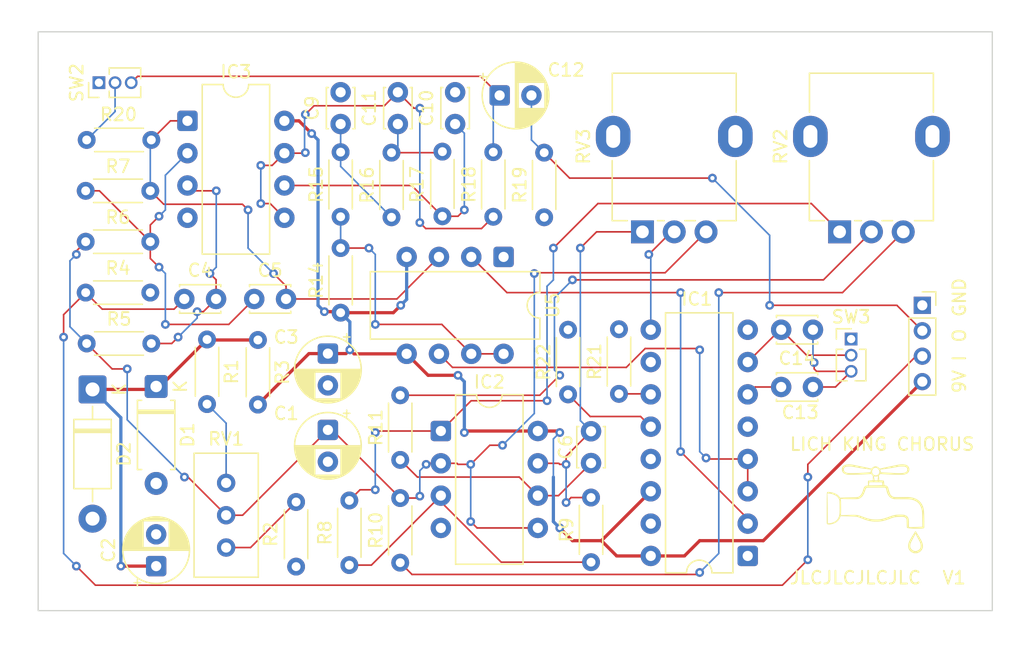
<source format=kicad_pcb>
(kicad_pcb (version 20241229) (generator "pcbnew") (generator_version "9.0")
  (layers (0 "F.Cu" signal "Front") (4 "In1.Cu" signal) (6 "In2.Cu" signal) (2 "B.Cu" signal "Back") (13 "F.Paste" user) (15 "B.Paste" user) (5 "F.SilkS" user) (7 "B.SilkS" user) (1 "F.Mask" user) (3 "B.Mask" user) (25 "Edge.Cuts" user))
  (net 0 "")
  (net 1 "GND")
  (net 2 "5V")
  (net 3 "PowerIn")
  (net 4 "9V")
  (net 5 "/IB +")
  (net 6 "SIG_IN")
  (net 7 "/IB -")
  (net 8 "/IB OUT")
  (net 9 "/LFO2 -")
  (net 10 "/LFO2 OUT")
  (net 11 "Net-(C9-Pad1)")
  (net 12 "/SF +")
  (net 13 "Net-(C11-Pad1)")
  (net 14 "/SF -")
  (net 15 "SIG_OUT")
  (net 16 "Net-(SW2-A)")
  (net 17 "Net-(IC1-C1(1))")
  (net 18 "Net-(SW3-A)")
  (net 19 "Net-(IC1-C1(2))")
  (net 21 "/VCO_OUT")
  (net 22 "/PC1")
  (net 23 "Net-(IC1-R1_TO_VSS)")
  (net 24 "Net-(IC1-R2_TO_VSS)")
  (net 25 "Net-(IC1-VCO_IN)")
  (net 29 "Net-(R1-Pad2)")
  (net 30 "Net-(R2-Pad1)")
  (net 31 "/LFO1 +")
  (net 32 "/LFO1 OUT")
  (net 33 "Net-(R10-Pad1)")
  (net 34 "Net-(R11-Pad2)")
  (net 35 "Net-(U5-OUT1)")
  (net 36 "Net-(SW2-B)")
  (footprint "Capacitor_THT:C_Disc_D3.0mm_W2.0mm_P2.50mm" (layer "F.Cu") (at 148.275 79.25 90)
    (property "Reference" "C9")
    (property "Value" "1000pF" (hide yes))
  )
  (footprint "Capacitor_THT:C_Disc_D3.0mm_W2.0mm_P2.50mm" (layer "F.Cu") (at 182.905 99.92)
    (property "Reference" "C13")
    (property "Value" "1000pF" (hide yes))
  )
  (footprint "Package_DIP:CERDIP-8_W7.62mm_SideBrazed" (layer "F.Cu") (at 136.235 79)
    (property "Reference" "IC3")
    (property "Value" "TL062CPE4" (hide yes))
  )
  (footprint "Resistor_THT:R_Axial_DIN0204_L3.6mm_D1.6mm_P5.08mm_Horizontal" (layer "F.Cu") (at 152.96 113.73 90)
    (property "Reference" "R10")
    (property "Value" "4.7K" (hide yes))
  )
  (footprint "Capacitor_THT:CP_Radial_D5.0mm_P2.50mm" (layer "F.Cu") (at 147.275 97.294888 -90)
    (property "Reference" "C3")
    (property "Value" "220uF" (hide yes))
  )
  (footprint "Connector_PinSocket_2.00mm:PinSocket_1x04_P2.00mm_Vertical" (layer "F.Cu") (at 194 93.5)
    (property "Reference" "REF**" (hide yes))
    (property "Value" "PinSocket_1x04_P2.00mm_Vertical" (hide yes))
  )
  (footprint "Resistor_THT:R_Axial_DIN0204_L3.6mm_D1.6mm_P5.08mm_Horizontal" (layer "F.Cu") (at 156.275 81.42 -90)
    (property "Reference" "R17")
    (property "Value" "47K" (hide yes))
  )
  (footprint "Capacitor_THT:C_Disc_D3.0mm_W2.0mm_P2.50mm" (layer "F.Cu") (at 185.405 95.42 180)
    (property "Reference" "C14")
    (property "Value" "1000pF" (hide yes))
  )
  (footprint "Resistor_THT:R_Axial_DIN0204_L3.6mm_D1.6mm_P5.08mm_Horizontal" (layer "F.Cu") (at 148.275 86.54 90)
    (property "Reference" "R15")
    (property "Value" "47K" (hide yes))
  )
  (footprint "Capacitor_THT:C_Disc_D3.0mm_W2.0mm_P2.50mm" (layer "F.Cu") (at 141.485 93)
    (property "Reference" "C5")
    (property "Value" "1000pF" (hide yes))
  )
  (footprint "Potentiometer_THT:Potentiometer_Alpha_RD901F-40-00D_Single_Vertical" (layer "F.Cu") (at 172 87.725 90)
    (property "Reference" "RV3")
    (property "Value" "DEPTH")
  )
  (footprint "Resistor_THT:R_Axial_DIN0204_L3.6mm_D1.6mm_P5.08mm_Horizontal" (layer "F.Cu") (at 128.235 84.5)
    (property "Reference" "R7")
    (property "Value" "47K" (hide yes))
  )
  (footprint "Resistor_THT:R_Axial_DIN0204_L3.6mm_D1.6mm_P5.08mm_Horizontal" (layer "F.Cu") (at 141.775 96.225 -90)
    (property "Reference" "R3")
    (property "Value" "33" (hide yes))
  )
  (footprint "Package_DIP:CERDIP-16_W7.62mm_SideBrazed" (layer "F.Cu") (at 180.275 113.2 180)
    (property "Reference" "IC1")
    (property "Value" "CD4046BEE4" (hide yes))
  )
  (footprint "Resistor_THT:R_Axial_DIN0204_L3.6mm_D1.6mm_P5.08mm_Horizontal" (layer "F.Cu") (at 128.235 92.5)
    (property "Reference" "R4")
    (property "Value" "10M" (hide yes))
  )
  (footprint "Potentiometer_THT:Potentiometer_Bourns_3296W_Vertical" (layer "F.Cu") (at 139.275 107.46 90)
    (property "Reference" "RV1")
    (property "Value" "Tuner" (hide yes))
  )
  (footprint "Diode_THT:D_DO-41_SOD81_P10.16mm_Horizontal" (layer "F.Cu") (at 128.775 100.11 -90)
    (property "Reference" "D2")
    (property "Value" "1N4001" (hide yes))
  )
  (footprint "Resistor_THT:R_Axial_DIN0204_L3.6mm_D1.6mm_P5.08mm_Horizontal" (layer "F.Cu") (at 128.235 88.5)
    (property "Reference" "R6")
    (property "Value" "100K" (hide yes))
  )
  (footprint "LOGO" (layer "F.Cu") (at 190.5 109.5)
    (property "Reference" "G***" (hide yes))
    (property "Value" "LOGO" (hide yes))
  )
  (footprint "Resistor_THT:R_Axial_DIN0204_L3.6mm_D1.6mm_P5.08mm_Horizontal" (layer "F.Cu") (at 128.315 96.5)
    (property "Reference" "R5")
    (property "Value" "10M" (hide yes))
  )
  (footprint "Resistor_THT:R_Axial_DIN0204_L3.6mm_D1.6mm_P5.08mm_Horizontal" (layer "F.Cu") (at 166.155 100.5 90)
    (property "Reference" "R22")
    (property "Value" "100K" (hide yes))
  )
  (footprint "Resistor_THT:R_Axial_DIN0204_L3.6mm_D1.6mm_P5.08mm_Horizontal" (layer "F.Cu") (at 133.395 80.5 180)
    (property "Reference" "R20")
    (property "Value" "10K" (hide yes))
  )
  (footprint "Capacitor_THT:CP_Radial_D5.0mm_P2.50mm" (layer "F.Cu") (at 147.275 103.294888 -90)
    (property "Reference" "C1")
    (property "Value" "47uF" (hide yes))
  )
  (footprint "Resistor_THT:R_Axial_DIN0204_L3.6mm_D1.6mm_P5.08mm_Horizontal" (layer "F.Cu") (at 152.96 105.65 90)
    (property "Reference" "R11")
    (property "Value" "4.7M" (hide yes))
  )
  (footprint "Potentiometer_THT:Potentiometer_Alpha_RD901F-40-00D_Single_Vertical" (layer "F.Cu") (at 187.5 87.725 90)
    (property "Reference" "RV2")
    (property "Value" "RATE")
  )
  (footprint "Diode_THT:D_A-405_P7.62mm_Horizontal" (layer "F.Cu") (at 133.775 99.88 -90)
    (property "Reference" "D1")
    (property "Value" "11V" (hide yes))
  )
  (footprint "Resistor_THT:R_Axial_DIN0204_L3.6mm_D1.6mm_P5.08mm_Horizontal" (layer "F.Cu") (at 152.275 86.58 90)
    (property "Reference" "R16")
    (property "Value" "47K" (hide yes))
  )
  (footprint "Capacitor_THT:C_Disc_D3.0mm_W2.0mm_P2.50mm" (layer "F.Cu") (at 157.275 79.25 90)
    (property "Reference" "C10")
    (property "Value" "220pF" (hide yes))
  )
  (footprint "Capacitor_THT:C_Disc_D3.0mm_W2.0mm_P2.50mm" (layer "F.Cu") (at 135.985 93)
    (property "Reference" "C4")
    (property "Value" "1000pF" (hide yes))
  )
  (footprint "Resistor_THT:R_Axial_DIN0204_L3.6mm_D1.6mm_P5.08mm_Horizontal" (layer "F.Cu") (at 167.96 113.69 90)
    (property "Reference" "R9")
    (property "Value" "47K" (hide yes))
  )
  (footprint "Resistor_THT:R_Axial_DIN0204_L3.6mm_D1.6mm_P5.08mm_Horizontal" (layer "F.Cu") (at 148.96 113.92 90)
    (property "Reference" "R8")
    (property "Value" "100K" (hide yes))
  )
  (footprint "Resistor_THT:R_Axial_DIN0204_L3.6mm_D1.6mm_P5.08mm_Horizontal" (layer "F.Cu") (at 160.275 86.54 90)
    (property "Reference" "R18")
    (property "Value" "10K" (hide yes))
  )
  (footprint "Package_DIP:CERDIP-8_W7.62mm_SideBrazed" (layer "F.Cu") (at 156.155 103.38)
    (property "Reference" "IC2")
    (property "Value" "TL062CPE4")
  )
  (footprint "Capacitor_THT:C_Disc_D3.0mm_W2.0mm_P2.50mm" (layer "F.Cu") (at 152.775 79.25 90)
    (property "Reference" "C11")
    (property "Value" "2200pF" (hide yes))
  )
  (footprint "Connector_PinHeader_1.27mm:PinHeader_1x03_P1.27mm_Vertical" (layer "F.Cu") (at 129.275 76 90)
    (property "Reference" "SW2")
    (property "Value" "VIBRATO" (hide yes))
  )
  (footprint "Capacitor_THT:C_Disc_D3.0mm_W2.0mm_P2.50mm" (layer "F.Cu") (at 167.96 105.9 90)
    (property "Reference" "C6")
    (property "Value" "0.01uF" (hide yes))
  )
  (footprint "Resistor_THT:R_Axial_DIN0204_L3.6mm_D1.6mm_P5.08mm_Horizontal" (layer "F.Cu") (at 144.775 108.96 -90)
    (property "Reference" "R2")
    (property "Value" "4.7K" (hide yes))
  )
  (footprint "Resistor_THT:R_Axial_DIN0204_L3.6mm_D1.6mm_P5.08mm_Horizontal" (layer "F.Cu") (at 148.275 94.08 90)
    (property "Reference" "R14")
    (property "Value" "47K" (hide yes))
  )
  (footprint "Capacitor_THT:CP_Radial_D5.0mm_P2.50mm" (layer "F.Cu") (at 133.775 114 90)
    (property "Reference" "C2")
    (property "Value" "100uF" (hide yes))
  )
  (footprint "Resistor_THT:R_Axial_DIN0204_L3.6mm_D1.6mm_P5.08mm_Horizontal" (layer "F.Cu") (at 137.775 96.185 -90)
    (property "Reference" "R1")
    (property "Value" "4.7K" (hide yes))
  )
  (footprint "Resistor_THT:R_Axial_DIN0204_L3.6mm_D1.6mm_P5.08mm_Horizontal" (layer "F.Cu") (at 164.275 86.58 90)
    (property "Reference" "R19")
    (property "Value" "100K" (hide yes))
  )
  (footprint "Package_DIP:CERDIP-8_W7.62mm_SideBrazed" (layer "F.Cu") (at 161.085 89.695 -90)
    (property "Reference" "U5")
    (property "Value" "MN3207" (hide yes))
  )
  (footprint "Resistor_THT:R_Axial_DIN0204_L3.6mm_D1.6mm_P5.08mm_Horizontal" (layer "F.Cu") (at 170.155 100.46 90)
    (property "Reference" "R21")
    (property "Value" "65K" (hide yes))
  )
  (footprint "Capacitor_THT:CP_Radial_D5.0mm_P2.50mm" (layer "F.Cu") (at 160.775 77)
    (property "Reference" "C12")
    (property "Value" "1uF" (hide yes))
  )
  (footprint "Connector_PinHeader_1.27mm:PinHeader_1x03_P1.27mm_Vertical" (layer "F.Cu") (at 188.405 96.15)
    (property "Reference" "SW3")
    (property "Value" "STAGE" (hide yes))
  )
  (gr_rect (start 124.5 72) (end 199.5 117.5) (stroke (width 0.1)) (fill no) (layer "Edge.Cuts"))
  (gr_text "LICH KING CHORUS\n" (at 183.5 105 0) (layer "F.SilkS") (effects (font (size 1 1)) (justify left bottom)))
  (gr_text "I" (at 197.5 98 90) (layer "F.SilkS") (effects (font (size 1 1)) (justify left bottom)))
  (gr_text "JLCJLCJLCJLC" (at 183.5 115.5 0) (layer "F.SilkS") (effects (font (size 1 1)) (justify left bottom)))
  (gr_text "O" (at 197.5 96.5 90) (layer "F.SilkS") (effects (font (size 1 1)) (justify left bottom)))
  (gr_text "V1" (at 195.5 115.5 0) (layer "F.SilkS") (effects (font (size 1 1)) (justify left bottom)))
  (gr_text "GND" (at 197.5 94.5 90) (layer "F.SilkS") (effects (font (size 1 1)) (justify left bottom)))
  (gr_text "9V" (at 197.5 100.5 90) (layer "F.SilkS") (effects (font (size 1 1)) (justify left bottom)))
  (segment (start 156.155 105.92) (end 155.08 105.92) (width 0.127) (layer "F.Cu") (net 2))
  (segment (start 147.275 103.294888) (end 147.604888 103.294888) (width 0.127) (layer "F.Cu") (net 2))
  (segment (start 136.275 107) (end 139.275 110) (width 0.127) (layer "F.Cu") (net 2))
  (segment (start 160 104.5) (end 158.5 106) (width 0.127) (layer "F.Cu") (net 2))
  (segment (start 128.315 96.5) (end 130.315 98.5) (width 0.127) (layer "F.Cu") (net 2))
  (segment (start 161 104.5) (end 160 104.5) (width 0.127) (layer "F.Cu") (net 2))
  (segment (start 154.35 108.65) (end 152.96 108.65) (width 0.127) (layer "F.Cu") (net 2))
  (segment (start 136 107) (end 136.275 107) (width 0.127) (layer "F.Cu") (net 2))
  (segment (start 130.315 98.5) (end 131.5 98.5) (width 0.127) (layer "F.Cu") (net 2))
  (segment (start 163.5596 90.9404) (end 163.5 91) (width 0.127) (layer "F.Cu") (net 2))
  (segment (start 154.5 108.5) (end 154.35 108.65) (width 0.127) (layer "F.Cu") (net 2))
  (segment (start 163.775 111) (end 159 111) (width 0.127) (layer "F.Cu") (net 2))
  (segment (start 158.5 106) (end 157.5 106) (width 0.127) (layer "F.Cu") (net 2))
  (segment (start 127.5 89.235) (end 127.5 89.5) (width 0.127) (layer "F.Cu") (net 2))
  (segment (start 140.569888 110) (end 147.275 103.294888) (width 0.127) (layer "F.Cu") (net 2))
  (segment (start 157.42 105.92) (end 156.155 105.92) (width 0.127) (layer "F.Cu") (net 2))
  (segment (start 157.5 106) (end 157.42 105.92) (width 0.127) (layer "F.Cu") (net 2))
  (segment (start 128.235 88.5) (end 127.5 89.235) (width 0.127) (layer "F.Cu") (net 2))
  (segment (start 173.7846 90.9404) (end 163.5596 90.9404) (width 0.127) (layer "F.Cu") (net 2))
  (segment (start 177 87.725) (end 173.7846 90.9404) (width 0.127) (layer "F.Cu") (net 2))
  (segment (start 147.604888 103.294888) (end 152.96 108.65) (width 0.127) (layer "F.Cu") (net 2))
  (segment (start 155.08 105.92) (end 155 106) (width 0.127) (layer "F.Cu") (net 2))
  (segment (start 159 111) (end 158.5 110.5) (width 0.127) (layer "F.Cu") (net 2))
  (segment (start 139.275 110) (end 140.569888 110) (width 0.127) (layer "F.Cu") (net 2))
  (via (at 155 106) (size 0.6858) (drill 0.3302) (layers "F.Cu" "B.Cu") (net 2))
  (via (at 161 104.5) (size 0.6858) (drill 0.3302) (layers "F.Cu" "B.Cu") (net 2))
  (via (at 163.5 91) (size 0.6858) (drill 0.3302) (layers "F.Cu" "B.Cu") (net 2))
  (via (at 127.5 89.5) (size 0.6858) (drill 0.3302) (layers "F.Cu" "B.Cu") (net 2))
  (via (at 158.5 110.5) (size 0.6858) (drill 0.3302) (layers "F.Cu" "B.Cu") (net 2))
  (via (at 136 107) (size 0.6858) (drill 0.3302) (layers "F.Cu" "B.Cu") (net 2))
  (via (at 154.5 108.5) (size 0.6858) (drill 0.3302) (layers "F.Cu" "B.Cu") (net 2))
  (via (at 131.5 98.5) (size 0.6858) (drill 0.3302) (layers "F.Cu" "B.Cu") (net 2))
  (via (at 158.5 106) (size 0.6858) (drill 0.3302) (layers "F.Cu" "B.Cu") (net 2))
  (segment (start 163.5 102) (end 161 104.5) (width 0.127) (layer "B.Cu") (net 2))
  (segment (start 155 106) (end 154.5 106.5) (width 0.127) (layer "B.Cu") (net 2))
  (segment (start 163.5 91) (end 163.5 102) (width 0.127) (layer "B.Cu") (net 2))
  (segment (start 127 90) (end 127 95.185) (width 0.127) (layer "B.Cu") (net 2))
  (segment (start 154.5 106.5) (end 154.5 108.5) (width 0.127) (layer "B.Cu") (net 2))
  (segment (start 158.5 110.5) (end 158.5 106) (width 0.127) (layer "B.Cu") (net 2))
  (segment (start 127.5 89.5) (end 127 90) (width 0.127) (layer "B.Cu") (net 2))
  (segment (start 131.5 98.5) (end 131.5 102.5) (width 0.127) (layer "B.Cu") (net 2))
  (segment (start 131.5 102.5) (end 136 107) (width 0.127) (layer "B.Cu") (net 2))
  (segment (start 127 95.185) (end 128.315 96.5) (width 0.127) (layer "B.Cu") (net 2))
  (segment (start 138.355 96.225) (end 141.775 96.225) (width 0.254) (layer "F.Cu") (net 3))
  (segment (start 133.775 99.88) (end 134.08 99.88) (width 0.127) (layer "F.Cu") (net 3))
  (segment (start 137.775 96.185) (end 138.315 96.185) (width 0.127) (layer "F.Cu") (net 3))
  (segment (start 133.775 114) (end 131 114) (width 0.254) (layer "F.Cu") (net 3))
  (segment (start 133.545 100.11) (end 133.775 99.88) (width 0.127) (layer "F.Cu") (net 3))
  (segment (start 128.775 100.11) (end 133.545 100.11) (width 0.254) (layer "F.Cu") (net 3))
  (segment (start 138.315 96.185) (end 138.355 96.225) (width 0.127) (layer "F.Cu") (net 3))
  (segment (start 134.08 99.88) (end 137.775 96.185) (width 0.254) (layer "F.Cu") (net 3))
  (via (at 131 114) (size 0.6858) (drill 0.3302) (layers "F.Cu" "B.Cu") (net 3))
  (segment (start 131 114) (end 131 102.335) (width 0.254) (layer "B.Cu") (net 3))
  (segment (start 131 102.335) (end 128.775 100.11) (width 0.254) (layer "B.Cu") (net 3))
  (segment (start 152.42 94.08) (end 153 93.5) (width 0.254) (layer "F.Cu") (net 4))
  (segment (start 149.315 97.315) (end 149 97) (width 0.127) (layer "F.Cu") (net 4))
  (segment (start 147.275 97.294888) (end 148.705112 97.294888) (width 0.254) (layer "F.Cu") (net 4))
  (segment (start 145.785112 97.294888) (end 147.275 97.294888) (width 0.254) (layer "F.Cu") (net 4))
  (segment (start 158.12 103.38) (end 158 103.5) (width 0.127) (layer "F.Cu") (net 4))
  (segment (start 148.275 94.08) (end 152.42 94.08) (width 0.254) (layer "F.Cu") (net 4))
  (segment (start 148.705112 97.294888) (end 149 97) (width 0.127) (layer "F.Cu") (net 4))
  (segment (start 168.775 112) (end 166.5 112) (width 0.254) (layer "F.Cu") (net 4))
  (segment (start 141.775 101.305) (end 145.785112 97.294888) (width 0.254) (layer "F.Cu") (net 4))
  (segment (start 169.975 113.2) (end 168.775 112) (width 0.254) (layer "F.Cu") (net 4))
  (segment (start 153.465 97.315) (end 149.315 97.315) (width 0.254) (layer "F.Cu") (net 4))
  (segment (start 155.15 99) (end 153.465 97.315) (width 0.254) (layer "F.Cu") (net 4))
  (segment (start 148.195 94) (end 148.275 94.08) (width 0.254) (layer "F.Cu") (net 4))
  (segment (start 163.775 103.38) (end 158.12 103.38) (width 0.254) (layer "F.Cu") (net 4))
  (segment (start 143.855 79) (end 145 79) (width 0.254) (layer "F.Cu") (net 4))
  (segment (start 165.5 103.5) (end 165.38 103.38) (width 0.127) (layer "F.Cu") (net 4))
  (segment (start 172.655 113.2) (end 169.975 113.2) (width 0.254) (layer "F.Cu") (net 4))
  (segment (start 175.3 113.2) (end 176.5 112) (width 0.254) (layer "F.Cu") (net 4))
  (segment (start 165.38 103.38) (end 163.775 103.38) (width 0.254) (layer "F.Cu") (net 4))
  (segment (start 145 79) (end 146 80) (width 0.254) (layer "F.Cu") (net 4))
  (segment (start 172.655 108.12) (end 168.775 112) (width 0.254) (layer "F.Cu") (net 4))
  (segment (start 166.5 112) (end 165.5 111) (width 0.254) (layer "F.Cu") (net 4))
  (segment (start 176.5 112) (end 181.5 112) (width 0.254) (layer "F.Cu") (net 4))
  (segment (start 172.655 113.2) (end 175.3 113.2) (width 0.254) (layer "F.Cu") (net 4))
  (segment (start 157.5 99) (end 155.15 99) (width 0.254) (layer "F.Cu") (net 4))
  (segment (start 147 94) (end 148.195 94) (width 0.254) (layer "F.Cu") (net 4))
  (segment (start 181.5 112) (end 194 99.5) (width 0.254) (layer "F.Cu") (net 4))
  (via (at 158 103.5) (size 0.6858) (drill 0.3302) (layers "F.Cu" "B.Cu") (net 4))
  (via (at 147 94) (size 0.6858) (drill 0.3302) (layers "F.Cu" "B.Cu") (net 4))
  (via (at 165.5 103.5) (size 0.6858) (drill 0.3302) (layers "F.Cu" "B.Cu") (net 4))
  (via (at 149 97) (size 0.6858) (drill 0.3302) (layers "F.Cu" "B.Cu") (net 4))
  (via (at 157.5 99) (size 0.6858) (drill 0.3302) (layers "F.Cu" "B.Cu") (net 4))
  (via (at 146 80) (size 0.6858) (drill 0.3302) (layers "F.Cu" "B.Cu") (net 4))
  (via (at 153 93.5) (size 0.6858) (drill 0.3302) (layers "F.Cu" "B.Cu") (net 4))
  (via (at 165.5 111) (size 0.6858) (drill 0.3302) (layers "F.Cu" "B.Cu") (net 4))
  (segment (start 149 97) (end 149 94.805) (width 0.254) (layer "B.Cu") (net 4))
  (segment (start 146.5 80.5) (end 146 80) (width 0.254) (layer "B.Cu") (net 4))
  (segment (start 147 94) (end 146.5 93.5) (width 0.254) (layer "B.Cu") (net 4))
  (segment (start 165 107) (end 165 104) (width 0.127) (layer "B.Cu") (net 4))
  (segment (start 153 93.5) (end 153.465 93.035) (width 0.254) (layer "B.Cu") (net 4))
  (segment (start 165.5 111) (end 165.4404 110.9404) (width 0.127) (layer "B.Cu") (net 4))
  (segment (start 158 99.5) (end 157.5 99) (width 0.254) (layer "B.Cu") (net 4))
  (segment (start 165 110.5) (end 165 107) (width 0.254) (layer "B.Cu") (net 4))
  (segment (start 165 104) (end 165.5 103.5) (width 0.127) (layer "B.Cu") (net 4))
  (segment (start 153.465 93.035) (end 153.465 89.695) (width 0.254) (layer "B.Cu") (net 4))
  (segment (start 158 103.5) (end 158 99.5) (width 0.254) (layer "B.Cu") (net 4))
  (segment (start 165.4404 110.9404) (end 165 110.5) (width 0.254) (layer "B.Cu") (net 4))
  (segment (start 149 94.805) (end 148.275 94.08) (width 0.254) (layer "B.Cu") (net 4))
  (segment (start 146.5 93.5) (end 146.5 80.5) (width 0.254) (layer "B.Cu") (net 4))
  (segment (start 135.5 96) (end 135 96.5) (width 0.127) (layer "F.Cu") (net 5))
  (segment (start 138.485 91.485) (end 138 91) (width 0.127) (layer "F.Cu") (net 5))
  (segment (start 138.5 84.5) (end 136.655 84.5) (width 0.127) (layer "F.Cu") (net 5))
  (segment (start 138.485 93) (end 137.485 94) (width 0.127) (layer "F.Cu") (net 5))
  (segment (start 135 96.5) (end 133.395 96.5) (width 0.127) (layer "F.Cu") (net 5))
  (segment (start 136.655 84.5) (end 136.235 84.08) (width 0.127) (layer "F.Cu") (net 5))
  (segment (start 137.485 94) (end 137 94) (width 0.127) (layer "F.Cu") (net 5))
  (segment (start 138.485 93) (end 138.485 91.485) (width 0.127) (layer "F.Cu") (net 5))
  (via (at 138 91) (size 0.6858) (drill 0.3302) (layers "F.Cu" "B.Cu") (net 5))
  (via (at 135.5 96) (size 0.6858) (drill 0.3302) (layers "F.Cu" "B.Cu") (net 5))
  (via (at 137 94) (size 0.6858) (drill 0.3302) (layers "F.Cu" "B.Cu") (net 5))
  (via (at 138.5 84.5) (size 0.6858) (drill 0.3302) (layers "F.Cu" "B.Cu") (net 5))
  (segment (start 138.5 90.5) (end 138.5 84.5) (width 0.127) (layer "B.Cu") (net 5))
  (segment (start 137 94) (end 137 94.5) (width 0.127) (layer "B.Cu") (net 5))
  (segment (start 137 94.5) (end 135.5 96) (width 0.127) (layer "B.Cu") (net 5))
  (segment (start 138 91) (end 138.5 90.5) (width 0.127) (layer "B.Cu") (net 5))
  (segment (start 185 113.5) (end 183 115.5) (width 0.127) (layer "F.Cu") (net 6))
  (segment (start 135.185001 93.799999) (end 135.985 93) (width 0.127) (layer "F.Cu") (net 6))
  (segment (start 126.5 94.235) (end 128.235 92.5) (width 0.127) (layer "F.Cu") (net 6))
  (segment (start 183 115.5) (end 129 115.5) (width 0.127) (layer "F.Cu") (net 6))
  (segment (start 126.5 96) (end 126.5 94.235) (width 0.127) (layer "F.Cu") (net 6))
  (segment (start 185 106) (end 185 107) (width 0.127) (layer "F.Cu") (net 6))
  (segment (start 128.235 92.5) (end 129.534999 93.799999) (width 0.127) (layer "F.Cu") (net 6))
  (segment (start 194 97.5) (end 193.5 97.5) (width 0.127) (layer "F.Cu") (net 6))
  (segment (start 193.5 97.5) (end 185 106) (width 0.127) (layer "F.Cu") (net 6))
  (segment (start 129.534999 93.799999) (end 135.185001 93.799999) (width 0.127) (layer "F.Cu") (net 6))
  (segment (start 129 115.5) (end 127.5 114) (width 0.127) (layer "F.Cu") (net 6))
  (via (at 185 107) (size 0.6858) (drill 0.3302) (layers "F.Cu" "B.Cu") (net 6))
  (via (at 185 113.5) (size 0.6858) (drill 0.3302) (layers "F.Cu" "B.Cu") (net 6))
  (via (at 127.5 114) (size 0.6858) (drill 0.3302) (layers "F.Cu" "B.Cu") (net 6))
  (via (at 126.5 96) (size 0.6858) (drill 0.3302) (layers "F.Cu" "B.Cu") (net 6))
  (segment (start 126.5 113) (end 126.5 96) (width 0.127) (layer "B.Cu") (net 6))
  (segment (start 185 107) (end 185 113.5) (width 0.127) (layer "B.Cu") (net 6))
  (segment (start 127.5 114) (end 126.5 113) (width 0.127) (layer "B.Cu") (net 6))
  (segment (start 133.315 89.815) (end 133.315 88.5) (width 0.127) (layer "F.Cu") (net 7))
  (segment (start 139.485 95) (end 134.5 95) (width 0.127) (layer "F.Cu") (net 7))
  (segment (start 128.235 84.5) (end 129.315 84.5) (width 0.127) (layer "F.Cu") (net 7))
  (segment (start 141.485 93) (end 139.485 95) (width 0.127) (layer "F.Cu") (net 7))
  (segment (start 133.315 87.185) (end 134 86.5) (width 0.127) (layer "F.Cu") (net 7))
  (segment (start 129.315 84.5) (end 133.315 88.5) (width 0.127) (layer "F.Cu") (net 7))
  (segment (start 133.315 88.5) (end 133.315 87.185) (width 0.127) (layer "F.Cu") (net 7))
  (segment (start 134 90.5) (end 133.315 89.815) (width 0.127) (layer "F.Cu") (net 7))
  (via (at 134 90.5) (size 0.6858) (drill 0.3302) (layers "F.Cu" "B.Cu") (net 7))
  (via (at 134.5 95) (size 0.6858) (drill 0.3302) (layers "F.Cu" "B.Cu") (net 7))
  (via (at 134 86.5) (size 0.6858) (drill 0.3302) (layers "F.Cu" "B.Cu") (net 7))
  (segment (start 134.5 86) (end 134.5 83.275) (width 0.127) (layer "B.Cu") (net 7))
  (segment (start 134.5 91) (end 134 90.5) (width 0.127) (layer "B.Cu") (net 7))
  (segment (start 134.5 83.275) (end 136.235 81.54) (width 0.127) (layer "B.Cu") (net 7))
  (segment (start 134 86.5) (end 134.5 86) (width 0.127) (layer "B.Cu") (net 7))
  (segment (start 134.5 95) (end 134.5 91) (width 0.127) (layer "B.Cu") (net 7))
  (segment (start 143 91) (end 143.985 91.985) (width 0.127) (layer "F.Cu") (net 8))
  (segment (start 143.985 91.985) (end 143.985 93) (width 0.127) (layer "F.Cu") (net 8))
  (segment (start 133.315 84.5) (end 134.3705 85.5555) (width 0.127) (layer "F.Cu") (net 8))
  (segment (start 133.315 80.58) (end 133.395 80.5) (width 0.127) (layer "F.Cu") (net 8))
  (segment (start 134.895 79) (end 133.395 80.5) (width 0.127) (layer "F.Cu") (net 8))
  (segment (start 152.7 93) (end 143.985 93) (width 0.127) (layer "F.Cu") (net 8))
  (segment (start 136.235 79) (end 134.895 79) (width 0.127) (layer "F.Cu") (net 8))
  (segment (start 156.005 89.695) (end 152.7 93) (width 0.127) (layer "F.Cu") (net 8))
  (segment (start 134.3705 85.5555) (end 140.5555 85.5555) (width 0.127) (layer "F.Cu") (net 8))
  (segment (start 140.5555 85.5555) (end 141 86) (width 0.127) (layer "F.Cu") (net 8))
  (via (at 143 91) (size 0.6858) (drill 0.3302) (layers "F.Cu" "B.Cu") (net 8))
  (via (at 141 86) (size 0.6858) (drill 0.3302) (layers "F.Cu" "B.Cu") (net 8))
  (segment (start 133.315 84.5) (end 133.315 80.58) (width 0.127) (layer "B.Cu") (net 8))
  (segment (start 133.315 80.58) (end 133.395 80.5) (width 0.127) (layer "B.Cu") (net 8))
  (segment (start 141 86) (end 141 89) (width 0.127) (layer "B.Cu") (net 8))
  (segment (start 141 89) (end 143 91) (width 0.127) (layer "B.Cu") (net 8))
  (segment (start 165.4 108.46) (end 167.96 105.9) (width 0.127) (layer "F.Cu") (net 9))
  (segment (start 152.96 105.65) (end 154.31 107) (width 0.127) (layer "F.Cu") (net 9))
  (segment (start 163.775 108.46) (end 165.4 108.46) (width 0.127) (layer "F.Cu") (net 9))
  (segment (start 154.31 107) (end 162.315 107) (width 0.127) (layer "F.Cu") (net 9))
  (segment (start 162.315 107) (end 163.775 108.46) (width 0.127) (layer "F.Cu") (net 9))
  (segment (start 167.96 103.4) (end 166 105.36) (width 0.127) (layer "F.Cu") (net 10))
  (segment (start 165.5 106) (end 165.42 105.92) (width 0.127) (layer "F.Cu") (net 10))
  (segment (start 165.42 105.92) (end 163.775 105.92) (width 0.127) (layer "F.Cu") (net 10))
  (segment (start 166.39 108.61) (end 166 109) (width 0.127) (layer "F.Cu") (net 10))
  (segment (start 172 87.725) (end 168.3945 87.725) (width 0.127) (layer "F.Cu") (net 10))
  (segment (start 168.3945 87.725) (end 167.1195 89) (width 0.127) (layer "F.Cu") (net 10))
  (segment (start 166 105.36) (end 166 106) (width 0.127) (layer "F.Cu") (net 10))
  (segment (start 166 106) (end 165.5 106) (width 0.127) (layer "F.Cu") (net 10))
  (segment (start 167.96 108.61) (end 166.39 108.61) (width 0.127) (layer "F.Cu") (net 10))
  (via (at 166 106) (size 0.6858) (drill 0.3302) (layers "F.Cu" "B.Cu") (net 10))
  (via (at 166 109) (size 0.6858) (drill 0.3302) (layers "F.Cu" "B.Cu") (net 10))
  (via (at 167.1195 89) (size 0.6858) (drill 0.3302) (layers "F.Cu" "B.Cu") (net 10))
  (segment (start 166 109) (end 166 106) (width 0.127) (layer "B.Cu") (net 10))
  (segment (start 167.1195 102.5595) (end 167.96 103.4) (width 0.127) (layer "B.Cu") (net 10))
  (segment (start 167.1195 89) (end 167.1195 102.5595) (width 0.127) (layer "B.Cu") (net 10))
  (segment (start 148.275 81.46) (end 148.275 82.58) (width 0.127) (layer "B.Cu") (net 11))
  (segment (start 148.275 82.58) (end 152.275 86.58) (width 0.127) (layer "B.Cu") (net 11))
  (segment (start 148.275 79.25) (end 148.275 81.46) (width 0.127) (layer "B.Cu") (net 11))
  (segment (start 156.275 86.5) (end 157.5 86.5) (width 0.127) (layer "F.Cu") (net 12))
  (segment (start 156.275 86.5) (end 153.855 84.08) (width 0.127) (layer "F.Cu") (net 12))
  (segment (start 153.855 84.08) (end 143.855 84.08) (width 0.127) (layer "F.Cu") (net 12))
  (segment (start 157.5 86.5) (end 158 86) (width 0.127) (layer "F.Cu") (net 12))
  (via (at 158 86) (size 0.6858) (drill 0.3302) (layers "F.Cu" "B.Cu") (net 12))
  (segment (start 158 86) (end 158 79.975) (width 0.127) (layer "B.Cu") (net 12))
  (segment (start 158 79.975) (end 157.275 79.25) (width 0.127) (layer "B.Cu") (net 12))
  (segment (start 152.275 81.5) (end 156.195 81.5) (width 0.127) (layer "F.Cu") (net 13))
  (segment (start 156.195 81.5) (end 156.275 81.42) (width 0.127) (layer "F.Cu") (net 13))
  (segment (start 152.775 81) (end 152.275 81.5) (width 0.127) (layer "B.Cu") (net 13))
  (segment (start 152.775 79.25) (end 152.775 81) (width 0.127) (layer "B.Cu") (net 13))
  (segment (start 145.46 81.54) (end 143.855 81.54) (width 0.127) (layer "F.Cu") (net 14))
  (segment (start 145.5 81.5) (end 145.46 81.54) (width 0.127) (layer "F.Cu") (net 14))
  (segment (start 160.275 86.54) (end 159.3505 87.4645) (width 0.127) (layer "F.Cu") (net 14))
  (segment (start 154.9645 87.4645) (end 154.5 87) (width 0.127) (layer "F.Cu") (net 14))
  (segment (start 146.1855 77.8145) (end 145.5 78.5) (width 0.127) (layer "F.Cu") (net 14))
  (segment (start 142 82.5) (end 142.895 82.5) (width 0.127) (layer "F.Cu") (net 14))
  (segment (start 151.7105 77.8145) (end 146.1855 77.8145) (width 0.127) (layer "F.Cu") (net 14))
  (segment (start 143.855 86.62) (end 142.735 85.5) (width 0.127) (layer "F.Cu") (net 14))
  (segment (start 154.5 78) (end 154.025 78) (width 0.127) (layer "F.Cu") (net 14))
  (segment (start 152.775 76.75) (end 151.7105 77.8145) (width 0.127) (layer "F.Cu") (net 14))
  (segment (start 142.895 82.5) (end 143.855 81.54) (width 0.127) (layer "F.Cu") (net 14))
  (segment (start 159.3505 87.4645) (end 154.9645 87.4645) (width 0.127) (layer "F.Cu") (net 14))
  (segment (start 142.735 85.5) (end 142 85.5) (width 0.127) (layer "F.Cu") (net 14))
  (segment (start 154.025 78) (end 152.775 76.75) (width 0.127) (layer "F.Cu") (net 14))
  (via (at 142 82.5) (size 0.6858) (drill 0.3302) (layers "F.Cu" "B.Cu") (net 14))
  (via (at 154.5 78) (size 0.6858) (drill 0.3302) (layers "F.Cu" "B.Cu") (net 14))
  (via (at 145.5 81.5) (size 0.6858) (drill 0.3302) (layers "F.Cu" "B.Cu") (net 14))
  (via (at 145.5 78.5) (size 0.6858) (drill 0.3302) (layers "F.Cu" "B.Cu") (net 14))
  (via (at 142 85.5) (size 0.6858) (drill 0.3302) (layers "F.Cu" "B.Cu") (net 14))
  (via (at 154.5 87) (size 0.6858) (drill 0.3302) (layers "F.Cu" "B.Cu") (net 14))
  (segment (start 154.5 87) (end 154.5 78) (width 0.127) (layer "B.Cu") (net 14))
  (segment (start 145.4404 81.4404) (end 145.5 81.5) (width 0.127) (layer "B.Cu") (net 14))
  (segment (start 142 85.5) (end 142 82.5) (width 0.127) (layer "B.Cu") (net 14))
  (segment (start 145.5 78.5) (end 145.4404 78.5596) (width 0.127) (layer "B.Cu") (net 14))
  (segment (start 145.4404 78.5596) (end 145.4404 81.4404) (width 0.127) (layer "B.Cu") (net 14))
  (segment (start 194 95.5) (end 192 93.5) (width 0.127) (layer "F.Cu") (net 15))
  (segment (start 177.5 83.5) (end 166.275 83.5) (width 0.127) (layer "F.Cu") (net 15))
  (segment (start 166.275 83.5) (end 164.275 81.5) (width 0.127) (layer "F.Cu") (net 15))
  (segment (start 192 93.5) (end 182 93.5) (width 0.127) (layer "F.Cu") (net 15))
  (via (at 182 93.5) (size 0.6858) (drill 0.3302) (layers "F.Cu" "B.Cu") (net 15))
  (via (at 177.5 83.5) (size 0.6858) (drill 0.3302) (layers "F.Cu" "B.Cu") (net 15))
  (segment (start 182 88) (end 177.5 83.5) (width 0.127) (layer "B.Cu") (net 15))
  (segment (start 164.275 81.5) (end 163.275 80.5) (width 0.127) (layer "B.Cu") (net 15))
  (segment (start 182 93.5) (end 182 88) (width 0.127) (layer "B.Cu") (net 15))
  (segment (start 163.275 80.5) (end 163.275 77) (width 0.127) (layer "B.Cu") (net 15))
  (segment (start 132.314999 75.500001) (end 159.275001 75.500001) (width 0.127) (layer "F.Cu") (net 16))
  (segment (start 131.815 76) (end 132.314999 75.500001) (width 0.127) (layer "F.Cu") (net 16))
  (segment (start 159.275001 75.500001) (end 160.775 77) (width 0.127) (layer "F.Cu") (net 16))
  (segment (start 160.275 77.5) (end 160.775 77) (width 0.127) (layer "B.Cu") (net 16))
  (segment (start 160.275 81.46) (end 160.275 77.5) (width 0.127) (layer "B.Cu") (net 16))
  (segment (start 180.855 99.92) (end 180.275 100.5) (width 0.127) (layer "F.Cu") (net 17))
  (segment (start 182.905 99.92) (end 180.855 99.92) (width 0.127) (layer "F.Cu") (net 17))
  (segment (start 185.405 99.92) (end 187.175 99.92) (width 0.127) (layer "F.Cu") (net 18))
  (segment (start 187.175 99.92) (end 188.405 98.69) (width 0.127) (layer "F.Cu") (net 18))
  (segment (start 185.5 98.5) (end 185.5 98) (width 0.127) (layer "F.Cu") (net 18))
  (segment (start 188.405 98.69) (end 185.69 98.69) (width 0.127) (layer "F.Cu") (net 18))
  (segment (start 185.69 98.69) (end 185.5 98.5) (width 0.127) (layer "F.Cu") (net 18))
  (via (at 185.5 98) (size 0.6858) (drill 0.3302) (layers "F.Cu" "B.Cu") (net 18))
  (segment (start 185.5 98) (end 185.405 97.905) (width 0.127) (layer "B.Cu") (net 18))
  (segment (start 185.405 97.905) (end 185.405 95.42) (width 0.127) (layer "B.Cu") (net 18))
  (segment (start 188.405 97.42) (end 184.905 97.42) (width 0.127) (layer "F.Cu") (net 19))
  (segment (start 180.275 97.96) (end 182.815 95.42) (width 0.127) (layer "F.Cu") (net 19))
  (segment (start 182.815 95.42) (end 182.905 95.42) (width 0.127) (layer "F.Cu") (net 19))
  (segment (start 184.905 97.42) (end 182.905 95.42) (width 0.127) (layer "F.Cu") (net 19))
  (segment (start 157.0695 98.3795) (end 170.730069 98.3795) (width 0.127) (layer "F.Cu") (net 21))
  (segment (start 177 105.5) (end 177.08 105.58) (width 0.127) (layer "F.Cu") (net 21))
  (segment (start 156.005 97.315) (end 157.0695 98.3795) (width 0.127) (layer "F.Cu") (net 21))
  (segment (start 180.275 108.12) (end 180.275 105.58) (width 0.127) (layer "F.Cu") (net 21))
  (segment (start 177.08 105.58) (end 180.275 105.58) (width 0.127) (layer "F.Cu") (net 21))
  (segment (start 172.214069 96.8955) (end 176.3955 96.8955) (width 0.127) (layer "F.Cu") (net 21))
  (segment (start 176.3955 96.8955) (end 176.5 97) (width 0.127) (layer "F.Cu") (net 21))
  (segment (start 170.730069 98.3795) (end 172.214069 96.8955) (width 0.127) (layer "F.Cu") (net 21))
  (via (at 177 105.5) (size 0.6858) (drill 0.3302) (layers "F.Cu" "B.Cu") (net 21))
  (via (at 176.5 97) (size 0.6858) (drill 0.3302) (layers "F.Cu" "B.Cu") (net 21))
  (segment (start 176.5 105) (end 177 105.5) (width 0.127) (layer "B.Cu") (net 21))
  (segment (start 176.5 97) (end 176.5 105) (width 0.127) (layer "B.Cu") (net 21))
  (segment (start 161.35 92.5) (end 158.545 89.695) (width 0.127) (layer "F.Cu") (net 22))
  (segment (start 180.275 110.66) (end 180.275 110.275) (width 0.127) (layer "F.Cu") (net 22))
  (segment (start 175 92.5) (end 161.35 92.5) (width 0.127) (layer "F.Cu") (net 22))
  (segment (start 180.275 110.275) (end 175 105) (width 0.127) (layer "F.Cu") (net 22))
  (via (at 175 105) (size 0.6858) (drill 0.3302) (layers "F.Cu" "B.Cu") (net 22))
  (via (at 175 92.5) (size 0.6858) (drill 0.3302) (layers "F.Cu" "B.Cu") (net 22))
  (segment (start 175 105) (end 175 92.5) (width 0.127) (layer "B.Cu") (net 22))
  (segment (start 172.615 100.46) (end 172.655 100.5) (width 0.127) (layer "F.Cu") (net 23))
  (segment (start 170.155 100.46) (end 172.615 100.46) (width 0.127) (layer "F.Cu") (net 23))
  (segment (start 171.855001 102.240001) (end 167.895001 102.240001) (width 0.127) (layer "F.Cu") (net 24))
  (segment (start 167.895001 102.240001) (end 166.155 100.5) (width 0.127) (layer "F.Cu") (net 24))
  (segment (start 172.655 103.04) (end 171.855001 102.240001) (width 0.127) (layer "F.Cu") (net 24))
  (segment (start 174.275 87.725) (end 172.5 89.5) (width 0.127) (layer "F.Cu") (net 25))
  (segment (start 174.5 87.725) (end 174.275 87.725) (width 0.127) (layer "F.Cu") (net 25))
  (via (at 172.5 89.5) (size 0.6858) (drill 0.3302) (layers "F.Cu" "B.Cu") (net 25))
  (segment (start 172.5 89.5) (end 172.655 89.655) (width 0.127) (layer "B.Cu") (net 25))
  (segment (start 172.655 89.655) (end 172.655 95.42) (width 0.127) (layer "B.Cu") (net 25))
  (segment (start 139.275 102.765) (end 137.775 101.265) (width 0.127) (layer "B.Cu") (net 29))
  (segment (start 139.275 107.46) (end 139.275 102.765) (width 0.127) (layer "B.Cu") (net 29))
  (segment (start 141.195 112.54) (end 144.775 108.96) (width 0.127) (layer "F.Cu") (net 30))
  (segment (start 139.275 112.54) (end 141.195 112.54) (width 0.127) (layer "F.Cu") (net 30))
  (segment (start 150.695 113.92) (end 156.155 108.46) (width 0.127) (layer "F.Cu") (net 31))
  (segment (start 160.898606 113.69) (end 167.96 113.69) (width 0.127) (layer "F.Cu") (net 31))
  (segment (start 156.155 108.946394) (end 160.898606 113.69) (width 0.127) (layer "F.Cu") (net 31))
  (segment (start 156.155 108.46) (end 156.155 108.946394) (width 0.127) (layer "F.Cu") (net 31))
  (segment (start 148.96 113.92) (end 150.695 113.92) (width 0.127) (layer "F.Cu") (net 31))
  (segment (start 148.96 108.84) (end 149.8 108) (width 0.127) (layer "F.Cu") (net 32))
  (segment (start 158.535 101) (end 156.155 103.38) (width 0.127) (layer "F.Cu") (net 32))
  (segment (start 151.12 103.38) (end 156.155 103.38) (width 0.127) (layer "F.Cu") (net 32))
  (segment (start 168.5 85.5) (end 165 89) (width 0.127) (layer "F.Cu") (net 32))
  (segment (start 164.5 101) (end 158.535 101) (width 0.127) (layer "F.Cu") (net 32))
  (segment (start 185.275 85.5) (end 168.5 85.5) (width 0.127) (layer "F.Cu") (net 32))
  (segment (start 149.8 108) (end 151 108) (width 0.127) (layer "F.Cu") (net 32))
  (segment (start 187.5 87.725) (end 185.275 85.5) (width 0.127) (layer "F.Cu") (net 32))
  (segment (start 151 103.5) (end 151.12 103.38) (width 0.127) (layer "F.Cu") (net 32))
  (via (at 151 103.5) (size 0.6858) (drill 0.3302) (layers "F.Cu" "B.Cu") (net 32))
  (via (at 151 108) (size 0.6858) (drill 0.3302) (layers "F.Cu" "B.Cu") (net 32))
  (via (at 165 89) (size 0.6858) (drill 0.3302) (layers "F.Cu" "B.Cu") (net 32))
  (via (at 164.5 101) (size 0.6858) (drill 0.3302) (layers "F.Cu" "B.Cu") (net 32))
  (segment (start 164.5 92) (end 164.5 101) (width 0.127) (layer "B.Cu") (net 32))
  (segment (start 165 89) (end 165 91.5) (width 0.127) (layer "B.Cu") (net 32))
  (segment (start 165 91.5) (end 164.5 92) (width 0.127) (layer "B.Cu") (net 32))
  (segment (start 151 108) (end 151 103.5) (width 0.127) (layer "B.Cu") (net 32))
  (segment (start 176.3455 114.6545) (end 153.8845 114.6545) (width 0.127) (layer "F.Cu") (net 33))
  (segment (start 178 92.275) (end 178 92.5) (width 0.127) (layer "F.Cu") (net 33))
  (segment (start 176.5 114.5) (end 176.3455 114.6545) (width 0.127) (layer "F.Cu") (net 33))
  (segment (start 187.725 92.5) (end 178 92.5) (width 0.127) (layer "F.Cu") (net 33))
  (segment (start 153.8845 114.6545) (end 152.96 113.73) (width 0.127) (layer "F.Cu") (net 33))
  (segment (start 192.5 87.725) (end 187.725 92.5) (width 0.127) (layer "F.Cu") (net 33))
  (via (at 176.5 114.5) (size 0.6858) (drill 0.3302) (layers "F.Cu" "B.Cu") (net 33))
  (via (at 178 92.5) (size 0.6858) (drill 0.3302) (layers "F.Cu" "B.Cu") (net 33))
  (segment (start 178 113) (end 176.5 114.5) (width 0.127) (layer "B.Cu") (net 33))
  (segment (start 178 92.5) (end 178 113) (width 0.127) (layer "B.Cu") (net 33))
  (segment (start 165.5 99) (end 163.93 100.57) (width 0.127) (layer "F.Cu") (net 34))
  (segment (start 186.225 91.5) (end 166.5 91.5) (width 0.127) (layer "F.Cu") (net 34))
  (segment (start 163.93 100.57) (end 152.96 100.57) (width 0.127) (layer "F.Cu") (net 34))
  (segment (start 190 87.725) (end 186.225 91.5) (width 0.127) (layer "F.Cu") (net 34))
  (via (at 165.5 99) (size 0.6858) (drill 0.3302) (layers "F.Cu" "B.Cu") (net 34))
  (via (at 166.5 91.5) (size 0.6858) (drill 0.3302) (layers "F.Cu" "B.Cu") (net 34))
  (segment (start 166.5 91.5) (end 165.082383 92.917617) (width 0.127) (layer "B.Cu") (net 34))
  (segment (start 165.082383 92.917617) (end 165.082383 98.582383) (width 0.127) (layer "B.Cu") (net 34))
  (segment (start 165.082383 98.582383) (end 165.5 99) (width 0.127) (layer "B.Cu") (net 34))
  (segment (start 158.545 97.315) (end 156.23 95) (width 0.127) (layer "F.Cu") (net 35))
  (segment (start 158.545 97.315) (end 161.085 97.315) (width 0.127) (layer "F.Cu") (net 35))
  (segment (start 156.23 95) (end 151 95) (width 0.127) (layer "F.Cu") (net 35))
  (segment (start 150.5 89) (end 148.275 89) (width 0.127) (layer "F.Cu") (net 35))
  (via (at 150.5 89) (size 0.6858) (drill 0.3302) (layers "F.Cu" "B.Cu") (net 35))
  (via (at 151 95) (size 0.6858) (drill 0.3302) (layers "F.Cu" "B.Cu") (net 35))
  (segment (start 151 89.5) (end 150.5 89) (width 0.127) (layer "B.Cu") (net 35))
  (segment (start 148.275 86.54) (end 148.275 89) (width 0.127) (layer "B.Cu") (net 35))
  (segment (start 151 95) (end 151 89.5) (width 0.127) (layer "B.Cu") (net 35))
  (segment (start 128.315 80.5) (end 130.545 78.27) (width 0.127) (layer "B.Cu") (net 36))
  (segment (start 130.545 78.27) (end 130.545 76) (width 0.127) (layer "B.Cu") (net 36))
)
</source>
